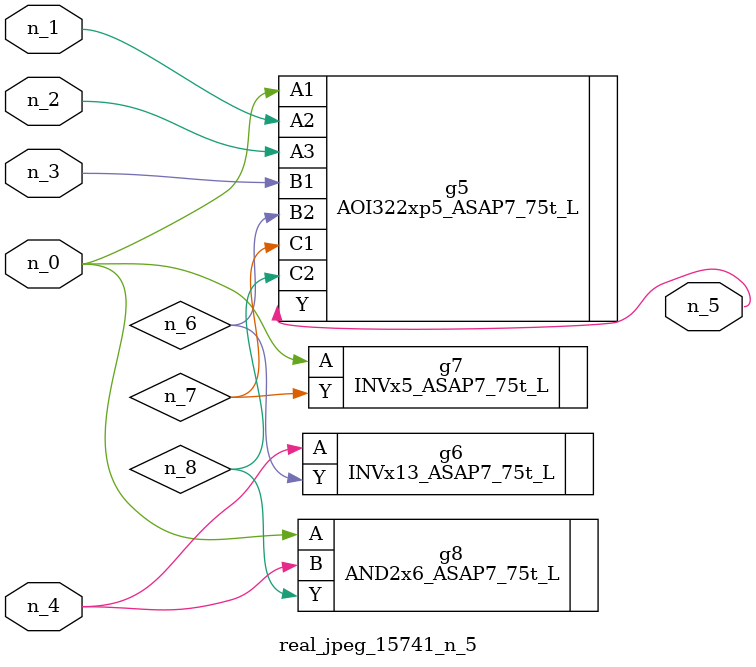
<source format=v>
module real_jpeg_15741_n_5 (n_4, n_0, n_1, n_2, n_3, n_5);

input n_4;
input n_0;
input n_1;
input n_2;
input n_3;

output n_5;

wire n_8;
wire n_6;
wire n_7;

AOI322xp5_ASAP7_75t_L g5 ( 
.A1(n_0),
.A2(n_1),
.A3(n_2),
.B1(n_3),
.B2(n_6),
.C1(n_7),
.C2(n_8),
.Y(n_5)
);

INVx5_ASAP7_75t_L g7 ( 
.A(n_0),
.Y(n_7)
);

AND2x6_ASAP7_75t_L g8 ( 
.A(n_0),
.B(n_4),
.Y(n_8)
);

INVx13_ASAP7_75t_L g6 ( 
.A(n_4),
.Y(n_6)
);


endmodule
</source>
